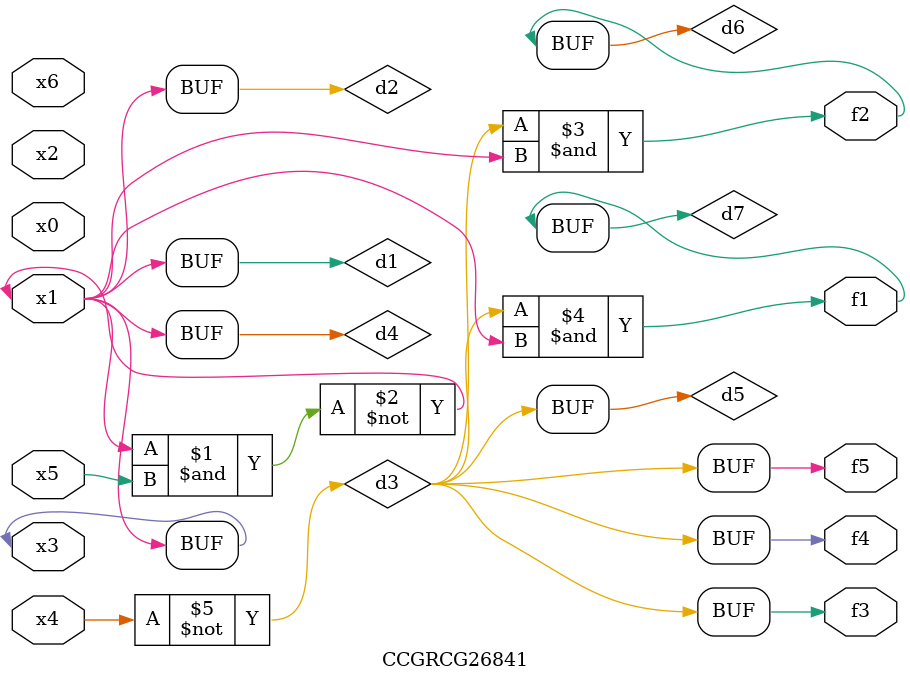
<source format=v>
module CCGRCG26841(
	input x0, x1, x2, x3, x4, x5, x6,
	output f1, f2, f3, f4, f5
);

	wire d1, d2, d3, d4, d5, d6, d7;

	buf (d1, x1, x3);
	nand (d2, x1, x5);
	not (d3, x4);
	buf (d4, d1, d2);
	buf (d5, d3);
	and (d6, d3, d4);
	and (d7, d3, d4);
	assign f1 = d7;
	assign f2 = d6;
	assign f3 = d5;
	assign f4 = d5;
	assign f5 = d5;
endmodule

</source>
